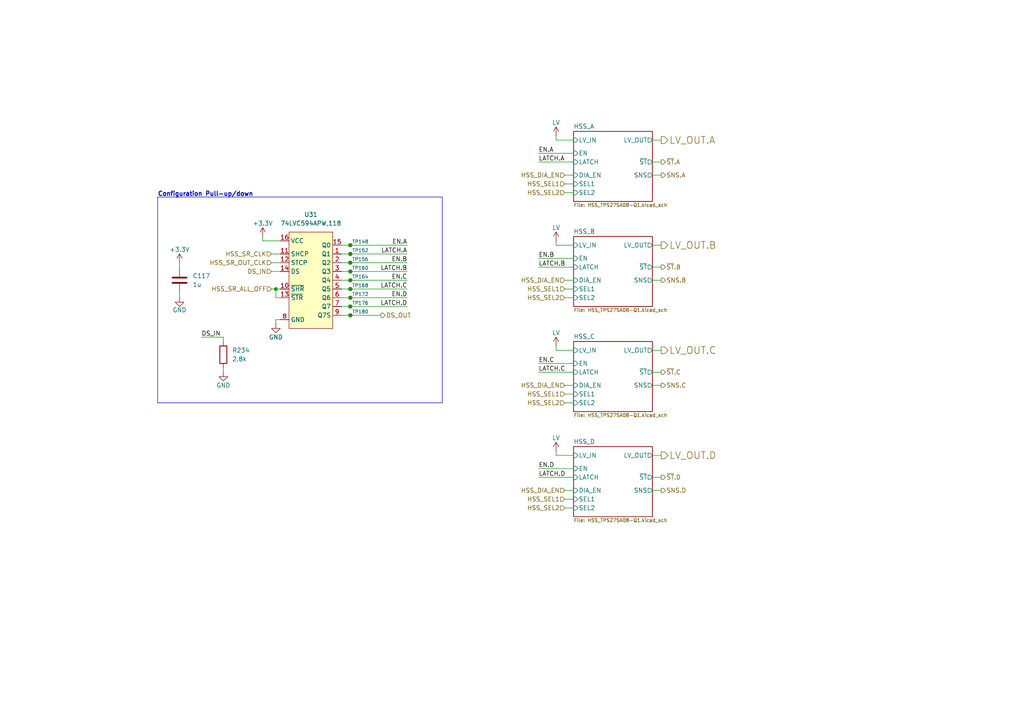
<source format=kicad_sch>
(kicad_sch (version 20250114) (generator "eeschema") (generator_version "9.0")
  (paper "A4")
  (title_block (title "HSS Control Group") (rev "0") (company "Longhorn Racing Solar") (comment 1 "Changxu Liu"))
  (lib_symbols
    (symbol "Connector:TestPoint_Small" (pin_numbers (hide yes)) (pin_names (offset 0.762) (hide yes))
      (property "Reference" "TP" (at 0 3.81 0))
      (property "Value" "TestPoint_Small" (at 0 2.032 0))
      (symbol "TestPoint_Small_0_1"
        (circle (center 0 0) (radius 0.508))
      )
      (symbol "TestPoint_Small_1_1"
        (pin passive line (at 0 0 90) (length 0) (name "1") (number "1"))
      )
    )
    (symbol "PowerDistributionUnitCapacitorLib:1u" (pin_numbers (hide yes)) (pin_names (offset 0.254))
      (property "Reference" "C" (at 0.635 2.54 0))
      (property "Value" "1u" (at 0.635 -2.54 0))
      (symbol "1u_0_1"
        (polyline (pts (xy -2.032 0.762) (xy 2.032 0.762)) (stroke (width 0.508)))
        (polyline (pts (xy -2.032 -0.762) (xy 2.032 -0.762)) (stroke (width 0.508)))
      )
      (symbol "1u_1_1"
        (pin passive line (at 0 3.81 270) (length 2.794) (name "~") (number "1"))
        (pin passive line (at 0 -3.81 90) (length 2.794) (name "~") (number "2"))
      )
    )
    (symbol "PowerDistributionUnitLib:74LVC594APW,118"
      (property "Reference" "U" (at 0 18.288 0))
      (property "Value" "74LVC594APW,118" (at 0 15.748 0))
      (symbol "74LVC594APW,118_1_0"
        (pin power_in line (at -8.89 11.43 0) (length 2.54) (name "VCC") (number "16"))
        (pin input line (at -8.89 7.62 0) (length 2.54) (name "SHCP") (number "11"))
        (pin input line (at -8.89 5.08 0) (length 2.54) (name "STCP") (number "12"))
        (pin input line (at -8.89 2.54 0) (length 2.54) (name "DS") (number "14"))
        (pin input line (at -8.89 -2.54 0) (length 2.54) (name "~{SHR}") (number "10"))
        (pin input line (at -8.89 -5.08 0) (length 2.54) (name "~{STR}") (number "13"))
        (pin passive line (at -8.89 -11.43 0) (length 2.54) (name "GND") (number "8"))
        (pin output line (at 8.89 10.16 180) (length 2.54) (name "Q0") (number "15"))
        (pin output line (at 8.89 7.62 180) (length 2.54) (name "Q1") (number "1"))
        (pin output line (at 8.89 5.08 180) (length 2.54) (name "Q2") (number "2"))
        (pin output line (at 8.89 2.54 180) (length 2.54) (name "Q3") (number "3"))
        (pin output line (at 8.89 0 180) (length 2.54) (name "Q4") (number "4"))
        (pin output line (at 8.89 -2.54 180) (length 2.54) (name "Q5") (number "5"))
        (pin output line (at 8.89 -5.08 180) (length 2.54) (name "Q6") (number "6"))
        (pin output line (at 8.89 -7.62 180) (length 2.54) (name "Q7") (number "7"))
        (pin output line (at 8.89 -10.16 180) (length 2.54) (name "Q7S") (number "9"))
      )
      (symbol "74LVC594APW,118_1_1"
        (rectangle (start -6.35 13.97) (end 6.35 -13.97) (fill (type background)))
      )
    )
    (symbol "PowerDistributionUnitResistorLib:2.8k" (pin_numbers (hide yes)) (pin_names (offset 0))
      (property "Reference" "R1" (at 2.54 1.2701 0))
      (property "Value" "2.8k" (at 2.54 -1.2699 0))
      (symbol "2.8k_0_1"
        (rectangle (start -1.016 -2.54) (end 1.016 2.54) (stroke (width 0.254)))
      )
      (symbol "2.8k_1_1"
        (pin passive line (at 0 3.81 270) (length 1.27) (name "~") (number "1"))
        (pin passive line (at 0 -3.81 90) (length 1.27) (name "~") (number "2"))
      )
    )
    (symbol "power:+24V" (power) (pin_numbers (hide yes)) (pin_names (offset 0) (hide yes))
      (property "Value" "+24V" (at 0 3.556 0))
      (symbol "+24V_0_1"
        (polyline (pts (xy -0.762 1.27) (xy 0 2.54)))
        (polyline (pts (xy 0 2.54) (xy 0.762 1.27)))
        (polyline (pts (xy 0 0) (xy 0 2.54)))
      )
      (symbol "+24V_1_1"
        (pin power_in line (at 0 0 90) (length 0) (name "~") (number "1"))
      )
    )
    (symbol "power:+3.3V" (power) (pin_numbers (hide yes)) (pin_names (offset 0) (hide yes))
      (property "Value" "+3.3V" (at 0 3.556 0))
      (symbol "+3.3V_0_1"
        (polyline (pts (xy -0.762 1.27) (xy 0 2.54)))
        (polyline (pts (xy 0 2.54) (xy 0.762 1.27)))
        (polyline (pts (xy 0 0) (xy 0 2.54)))
      )
      (symbol "+3.3V_1_1"
        (pin power_in line (at 0 0 90) (length 0) (name "~") (number "1"))
      )
    )
    (symbol "power:GND" (power) (pin_numbers (hide yes)) (pin_names (offset 0) (hide yes))
      (property "Value" "GND" (at 0 -3.81 0))
      (symbol "GND_0_1"
        (polyline (pts (xy 0 0) (xy 0 -1.27) (xy 1.27 -1.27) (xy 0 -2.54) (xy -1.27 -1.27) (xy 0 -1.27)))
      )
      (symbol "GND_1_1"
        (pin power_in line (at 0 0 270) (length 0) (name "~") (number "1"))
      )
    )
  )
  (rectangle (start 45.72 57.15) (end 128.27 116.84))
  (text "Configuration Pull-up/down" (at 45.72 56.388 0) (effects (font (size 1.27 1.27) (thickness 0.254) (bold yes)) (justify left)))
  (junction (at 101.6 81.28))
  (junction (at 101.6 91.44))
  (junction (at 101.6 73.66))
  (junction (at 101.6 71.12))
  (junction (at 101.5841 88.9))
  (junction (at 101.6 83.82))
  (junction (at 101.6 86.36))
  (junction (at 80.01 83.82))
  (junction (at 101.5841 76.2))
  (junction (at 101.6 78.74))
  (wire (pts (xy 189.23 107.95) (xy 191.77 107.95)))
  (wire (pts (xy 99.06 78.74) (xy 101.6 78.74)))
  (wire (pts (xy 156.21 135.89) (xy 166.37 135.89)))
  (wire (pts (xy 76.2 68.58) (xy 76.2 69.85)))
  (wire (pts (xy 189.23 46.99) (xy 191.77 46.99)))
  (wire (pts (xy 99.06 73.66) (xy 101.6 73.66)))
  (wire (pts (xy 163.83 81.28) (xy 166.37 81.28)))
  (wire (pts (xy 156.21 138.43) (xy 166.37 138.43)))
  (wire (pts (xy 189.23 111.76) (xy 191.77 111.76)))
  (wire (pts (xy 64.77 106.68) (xy 64.77 107.95)))
  (wire (pts (xy 163.83 116.84) (xy 166.37 116.84)))
  (wire (pts (xy 161.29 130.81) (xy 161.29 132.08)))
  (wire (pts (xy 163.83 142.24) (xy 166.37 142.24)))
  (wire (pts (xy 101.6 71.12) (xy 99.06 71.12)))
  (wire (pts (xy 161.29 71.12) (xy 166.37 71.12)))
  (wire (pts (xy 101.5841 88.9) (xy 118.11 88.9)))
  (wire (pts (xy 189.23 138.43) (xy 191.77 138.43)))
  (wire (pts (xy 163.83 55.88) (xy 166.37 55.88)))
  (wire (pts (xy 78.74 73.66) (xy 81.28 73.66)))
  (wire (pts (xy 189.23 77.47) (xy 191.77 77.47)))
  (wire (pts (xy 78.74 76.2) (xy 81.28 76.2)))
  (wire (pts (xy 52.07 76.2) (xy 52.07 77.47)))
  (wire (pts (xy 189.23 132.08) (xy 191.77 132.08)))
  (wire (pts (xy 161.29 100.33) (xy 161.29 101.6)))
  (wire (pts (xy 99.06 83.82) (xy 101.6 83.82)))
  (wire (pts (xy 78.74 83.82) (xy 80.01 83.82)))
  (wire (pts (xy 161.29 69.85) (xy 161.29 71.12)))
  (wire (pts (xy 81.28 86.36) (xy 80.01 86.36)))
  (wire (pts (xy 99.06 76.2) (xy 101.5841 76.2)))
  (wire (pts (xy 161.29 132.08) (xy 166.37 132.08)))
  (wire (pts (xy 99.06 86.36) (xy 101.6 86.36)))
  (wire (pts (xy 156.21 107.95) (xy 166.37 107.95)))
  (wire (pts (xy 58.42 97.79) (xy 64.77 97.79)))
  (wire (pts (xy 99.06 91.44) (xy 101.6 91.44)))
  (wire (pts (xy 78.74 78.74) (xy 81.28 78.74)))
  (wire (pts (xy 163.83 53.34) (xy 166.37 53.34)))
  (wire (pts (xy 189.23 40.64) (xy 191.77 40.64)))
  (wire (pts (xy 101.6 91.44) (xy 110.49 91.44)))
  (wire (pts (xy 101.6 81.28) (xy 118.11 81.28)))
  (wire (pts (xy 80.01 86.36) (xy 80.01 83.82)))
  (wire (pts (xy 101.6 86.36) (xy 118.11 86.36)))
  (wire (pts (xy 80.01 83.82) (xy 81.28 83.82)))
  (wire (pts (xy 163.83 83.82) (xy 166.37 83.82)))
  (wire (pts (xy 156.21 74.93) (xy 166.37 74.93)))
  (wire (pts (xy 189.23 101.6) (xy 191.77 101.6)))
  (wire (pts (xy 161.29 40.64) (xy 166.37 40.64)))
  (wire (pts (xy 163.83 50.8) (xy 166.37 50.8)))
  (wire (pts (xy 161.29 101.6) (xy 166.37 101.6)))
  (wire (pts (xy 64.77 97.79) (xy 64.77 99.06)))
  (wire (pts (xy 189.23 142.24) (xy 191.77 142.24)))
  (wire (pts (xy 99.06 88.9) (xy 101.5841 88.9)))
  (wire (pts (xy 189.23 71.12) (xy 191.77 71.12)))
  (wire (pts (xy 101.5841 76.2) (xy 118.11 76.2)))
  (wire (pts (xy 101.6 71.12) (xy 118.11 71.12)))
  (wire (pts (xy 156.21 77.47) (xy 166.37 77.47)))
  (wire (pts (xy 99.06 81.28) (xy 101.6 81.28)))
  (wire (pts (xy 80.01 93.98) (xy 80.01 92.71)))
  (wire (pts (xy 163.83 147.32) (xy 166.37 147.32)))
  (wire (pts (xy 163.83 111.76) (xy 166.37 111.76)))
  (wire (pts (xy 163.83 86.36) (xy 166.37 86.36)))
  (wire (pts (xy 101.6 83.82) (xy 118.11 83.82)))
  (wire (pts (xy 76.2 69.85) (xy 81.28 69.85)))
  (wire (pts (xy 161.29 39.37) (xy 161.29 40.64)))
  (wire (pts (xy 189.23 50.8) (xy 191.77 50.8)))
  (wire (pts (xy 163.83 144.78) (xy 166.37 144.78)))
  (wire (pts (xy 156.21 44.45) (xy 166.37 44.45)))
  (wire (pts (xy 101.6 78.74) (xy 118.11 78.74)))
  (wire (pts (xy 80.01 92.71) (xy 81.28 92.71)))
  (wire (pts (xy 101.6 73.66) (xy 118.11 73.66)))
  (wire (pts (xy 189.23 81.28) (xy 191.77 81.28)))
  (wire (pts (xy 52.07 85.09) (xy 52.07 86.36)))
  (wire (pts (xy 156.21 46.99) (xy 166.37 46.99)))
  (wire (pts (xy 163.83 114.3) (xy 166.37 114.3)))
  (wire (pts (xy 156.21 105.41) (xy 166.37 105.41)))
  (label "LATCH.C" (at 156.21 107.95 0))
  (label "LATCH.B" (at 156.21 77.47 0))
  (label "LATCH.C" (at 118.11 83.82 180))
  (label "EN.D" (at 118.11 86.36 180))
  (label "LATCH.D" (at 156.21 138.43 0))
  (label "EN.B" (at 156.21 74.93 0))
  (label "LATCH.B" (at 118.11 78.74 180))
  (label "EN.D" (at 156.21 135.89 0))
  (label "LATCH.A" (at 118.11 73.66 180))
  (label "EN.C" (at 156.21 105.41 0))
  (label "EN.B" (at 118.11 76.2 180))
  (label "LATCH.D" (at 118.11 88.9 180))
  (label "DS_IN" (at 58.42 97.79 0))
  (label "EN.A" (at 118.11 71.12 180))
  (label "LATCH.A" (at 156.21 46.99 0))
  (label "EN.A" (at 156.21 44.45 0))
  (label "EN.C" (at 118.11 81.28 180))
  (hierarchical_label "SNS.B" (shape output) (at 191.77 81.28 0))
  (hierarchical_label "LV_OUT.A" (shape output) (at 191.77 40.64 0) (effects (font (size 2 2))))
  (hierarchical_label "HSS_DIA_EN" (shape input) (at 163.83 111.76 180))
  (hierarchical_label "DS_OUT" (shape output) (at 110.49 91.44 0))
  (hierarchical_label "HSS_SR_CLK" (shape input) (at 78.74 73.66 180))
  (hierarchical_label "~{ST}.C" (shape output) (at 191.77 107.95 0))
  (hierarchical_label "HSS_SEL1" (shape input) (at 163.83 144.78 180))
  (hierarchical_label "LV_OUT.D" (shape output) (at 191.77 132.08 0) (effects (font (size 2 2))))
  (hierarchical_label "HSS_SR_ALL_OFF" (shape input) (at 78.74 83.82 180))
  (hierarchical_label "HSS_DIA_EN" (shape input) (at 163.83 81.28 180))
  (hierarchical_label "DS_IN" (shape input) (at 78.74 78.74 180))
  (hierarchical_label "SNS.D" (shape output) (at 191.77 142.24 0))
  (hierarchical_label "HSS_SEL2" (shape input) (at 163.83 55.88 180))
  (hierarchical_label "HSS_DIA_EN" (shape input) (at 163.83 50.8 180))
  (hierarchical_label "~{ST}.A" (shape output) (at 191.77 46.99 0))
  (hierarchical_label "~{ST}.B" (shape output) (at 191.77 77.47 0))
  (hierarchical_label "LV_OUT.B" (shape output) (at 191.77 71.12 0) (effects (font (size 2 2))))
  (hierarchical_label "HSS_SEL1" (shape input) (at 163.83 83.82 180))
  (hierarchical_label "~{ST}.D" (shape output) (at 191.77 138.43 0))
  (hierarchical_label "HSS_DIA_EN" (shape input) (at 163.83 142.24 180))
  (hierarchical_label "HSS_SR_OUT_CLK" (shape input) (at 78.74 76.2 180))
  (hierarchical_label "HSS_SEL1" (shape input) (at 163.83 114.3 180))
  (hierarchical_label "SNS.A" (shape output) (at 191.77 50.8 0))
  (hierarchical_label "SNS.C" (shape output) (at 191.77 111.76 0))
  (hierarchical_label "HSS_SEL2" (shape input) (at 163.83 116.84 180))
  (hierarchical_label "HSS_SEL2" (shape input) (at 163.83 86.36 180))
  (hierarchical_label "LV_OUT.C" (shape output) (at 191.77 101.6 0) (effects (font (size 2 2))))
  (hierarchical_label "HSS_SEL1" (shape input) (at 163.83 53.34 180))
  (hierarchical_label "HSS_SEL2" (shape input) (at 163.83 147.32 180))
  (symbol (lib_id "power:GND") (at 64.77 107.95 0) (unit 1)
    (property "Reference" "#PWR0430" (effects (hide yes)))
    (property "Value" "GND" (at 64.77 111.76 0))
    (property "Description" "Power symbol creates a global label with name \"GND\" , ground" (effects (hide yes)))
    (instances (project "PowerDistributionUnit_Mk1" (path "" (reference "#PWR0433") (unit 1)) (path "" (reference "#PWR0432") (unit 1)) (path "" (reference "#PWR0431") (unit 1)) (path "" (reference "#PWR0430") (unit 1))))
  )
  (symbol (lib_id "power:+3.3V") (at 76.2 68.58 0) (unit 1)
    (property "Reference" "#PWR0126" (effects (hide yes)))
    (property "Value" "+3.3V" (at 76.2 64.77 0))
    (property "Description" "Power symbol creates a global label with name \"+3.3V\"" (effects (hide yes)))
    (instances (project "PowerDistributionUnit_Mk1" (path "" (reference "#PWR0136") (unit 1)) (path "" (reference "#PWR0171") (unit 1)) (path "" (reference "#PWR0128") (unit 1)) (path "" (reference "#PWR0126") (unit 1))))
  )
  (symbol (lib_id "PowerDistributionUnitResistorLib:2.8k") (at 64.77 102.87 0) (unit 1)
    (property "Reference" "R231" (at 67.31 101.5999 0) (effects (justify left)))
    (property "Value" "2.8k" (at 67.31 104.1399 0) (effects (justify left)))
    (property "Footprint" "Resistor_SMD:R_0603_1608Metric" (effects (hide yes)))
    (property "Datasheet" "kicad-embed://dcrcwe3.pdf" (effects (hide yes)))
    (property "Description" "Resistor" (effects (hide yes)))
    (property "P/N" "CRCW06032K80FKEA" (effects (hide yes)))
    (property "Mouser P/N" "71-CRCW0603-2.8K-E3" (effects (hide yes)))
    (property "Digikey P/N" "541-2.80KHCT-ND" (effects (hide yes)))
    (instances (project "PowerDistributionUnit_Mk1" (path "" (reference "R234") (unit 1)) (path "" (reference "R233") (unit 1)) (path "" (reference "R232") (unit 1)) (path "" (reference "R231") (unit 1))))
  )
  (symbol (lib_id "power:+24V") (at 161.29 100.33 0) (unit 1)
    (property "Reference" "#PWR0103" (effects (hide yes)))
    (property "Value" "LV" (at 161.29 96.52 0))
    (property "Description" "Power symbol creates a global label with name \"+24V\"" (effects (hide yes)))
    (instances (project "PowerDistributionUnit_Mk1" (path "" (reference "#PWR0140") (unit 1)) (path "" (reference "#PWR0215") (unit 1)) (path "" (reference "#PWR0132") (unit 1)) (path "" (reference "#PWR0103") (unit 1))))
  )
  (symbol (lib_id "power:GND") (at 52.07 86.36 0) (unit 1)
    (property "Reference" "#PWR0168" (effects (hide yes)))
    (property "Value" "GND" (at 52.07 89.916 0))
    (property "Description" "Power symbol creates a global label with name \"GND\" , ground" (effects (hide yes)))
    (instances (project "PowerDistributionUnit_Mk1" (path "" (reference "#PWR0114") (unit 1)) (path "" (reference "#PWR0111") (unit 1)) (path "" (reference "#PWR0108") (unit 1)) (path "" (reference "#PWR0168") (unit 1))))
  )
  (symbol (lib_id "Connector:TestPoint_Small") (at 101.6 83.82 0) (unit 1) (in_bom no)
    (property "Reference" "TP165" (at 102.108 82.804 0) (effects (font (size 1 1)) (justify left)))
    (property "Value" "TestPoint_Small" (effects (hide yes)))
    (property "Footprint" "TestPoint:TestPoint_Pad_D1.0mm" (effects (hide yes)))
    (property "Description" "test point" (effects (hide yes)))
    (instances (project "PowerDistributionUnit_Mk1" (path "" (reference "TP168") (unit 1)) (path "" (reference "TP167") (unit 1)) (path "" (reference "TP166") (unit 1)) (path "" (reference "TP165") (unit 1))))
  )
  (symbol (lib_id "power:GND") (at 80.01 93.98 0) (unit 1)
    (property "Reference" "#PWR0137" (effects (hide yes)))
    (property "Value" "GND" (at 80.01 97.79 0))
    (property "Description" "Power symbol creates a global label with name \"GND\" , ground" (effects (hide yes)))
    (instances (project "PowerDistributionUnit_Mk1" (path "" (reference "#PWR0145") (unit 1)) (path "" (reference "#PWR0172") (unit 1)) (path "" (reference "#PWR0129") (unit 1)) (path "" (reference "#PWR0137") (unit 1))))
  )
  (symbol (lib_id "Connector:TestPoint_Small") (at 101.6 78.74 0) (unit 1) (in_bom no)
    (property "Reference" "TP157" (at 102.108 77.724 0) (effects (font (size 1 1)) (justify left)))
    (property "Value" "TestPoint_Small" (effects (hide yes)))
    (property "Footprint" "TestPoint:TestPoint_Pad_D1.0mm" (effects (hide yes)))
    (property "Description" "test point" (effects (hide yes)))
    (instances (project "PowerDistributionUnit_Mk1" (path "" (reference "TP160") (unit 1)) (path "" (reference "TP159") (unit 1)) (path "" (reference "TP158") (unit 1)) (path "" (reference "TP157") (unit 1))))
  )
  (symbol (lib_id "Connector:TestPoint_Small") (at 101.6 91.44 0) (unit 1) (in_bom no)
    (property "Reference" "TP177" (at 102.108 90.424 0) (effects (font (size 1 1)) (justify left)))
    (property "Value" "TestPoint_Small" (effects (hide yes)))
    (property "Footprint" "TestPoint:TestPoint_Pad_D1.0mm" (effects (hide yes)))
    (property "Description" "test point" (effects (hide yes)))
    (instances (project "PowerDistributionUnit_Mk1" (path "" (reference "TP180") (unit 1)) (path "" (reference "TP179") (unit 1)) (path "" (reference "TP178") (unit 1)) (path "" (reference "TP177") (unit 1))))
  )
  (symbol (lib_id "power:+24V") (at 161.29 69.85 0) (unit 1)
    (property "Reference" "#PWR082" (effects (hide yes)))
    (property "Value" "LV" (at 161.29 66.04 0))
    (property "Description" "Power symbol creates a global label with name \"+24V\"" (effects (hide yes)))
    (instances (project "PowerDistributionUnit_Mk1" (path "" (reference "#PWR0139") (unit 1)) (path "" (reference "#PWR0214") (unit 1)) (path "" (reference "#PWR0131") (unit 1)) (path "" (reference "#PWR082") (unit 1))))
  )
  (symbol (lib_id "Connector:TestPoint_Small") (at 101.5841 88.9 0) (unit 1) (in_bom no)
    (property "Reference" "TP173" (at 102.0921 87.884 0) (effects (font (size 1 1)) (justify left)))
    (property "Value" "TestPoint_Small" (effects (hide yes)))
    (property "Footprint" "TestPoint:TestPoint_Pad_D1.0mm" (effects (hide yes)))
    (property "Description" "test point" (effects (hide yes)))
    (instances (project "PowerDistributionUnit_Mk1" (path "" (reference "TP176") (unit 1)) (path "" (reference "TP175") (unit 1)) (path "" (reference "TP174") (unit 1)) (path "" (reference "TP173") (unit 1))))
  )
  (symbol (lib_id "Connector:TestPoint_Small") (at 101.6 81.28 0) (unit 1) (in_bom no)
    (property "Reference" "TP161" (at 102.108 80.264 0) (effects (font (size 1 1)) (justify left)))
    (property "Value" "TestPoint_Small" (effects (hide yes)))
    (property "Footprint" "TestPoint:TestPoint_Pad_D1.0mm" (effects (hide yes)))
    (property "Description" "test point" (effects (hide yes)))
    (instances (project "PowerDistributionUnit_Mk1" (path "" (reference "TP164") (unit 1)) (path "" (reference "TP163") (unit 1)) (path "" (reference "TP162") (unit 1)) (path "" (reference "TP161") (unit 1))))
  )
  (symbol (lib_id "PowerDistributionUnitLib:74LVC594APW,118") (at 90.17 81.28 0) (unit 1)
    (property "Reference" "U7" (at 90.17 62.23 0))
    (property "Value" "74LVC594APW,118" (at 90.17 64.77 0))
    (property "Footprint" "Package_SO:SOIC-16_3.9x9.9mm_P1.27mm" (effects (hide yes)))
    (property "Datasheet" "kicad-embed://74LVC594A.pdf" (effects (hide yes)))
    (property "P/N" "74LVC594APW,118" (effects (hide yes)))
    (property "Mouser P/N" "771-LVC594APW118" (effects (hide yes)))
    (property "Digikey P/N" "1727-6687-1-ND" (effects (hide yes)))
    (instances (project "PowerDistributionUnit_Mk1" (path "" (reference "U31") (unit 1)) (path "" (reference "U10") (unit 1)) (path "" (reference "U8") (unit 1)) (path "" (reference "U7") (unit 1))))
  )
  (symbol (lib_id "power:+24V") (at 161.29 39.37 0) (unit 1)
    (property "Reference" "#PWR081" (effects (hide yes)))
    (property "Value" "LV" (at 161.29 35.56 0))
    (property "Description" "Power symbol creates a global label with name \"+24V\"" (effects (hide yes)))
    (instances (project "PowerDistributionUnit_Mk1" (path "" (reference "#PWR0138") (unit 1)) (path "" (reference "#PWR0213") (unit 1)) (path "" (reference "#PWR0130") (unit 1)) (path "" (reference "#PWR081") (unit 1))))
  )
  (symbol (lib_id "power:+3.3V") (at 52.07 76.2 0) (unit 1)
    (property "Reference" "#PWR0167" (effects (hide yes)))
    (property "Value" "+3.3V" (at 52.07 72.39 0))
    (property "Description" "Power symbol creates a global label with name \"+3.3V\"" (effects (hide yes)))
    (instances (project "PowerDistributionUnit_Mk1" (path "" (reference "#PWR0115") (unit 1)) (path "" (reference "#PWR0112") (unit 1)) (path "" (reference "#PWR0109") (unit 1)) (path "" (reference "#PWR0167") (unit 1))))
  )
  (symbol (lib_id "Connector:TestPoint_Small") (at 101.5841 76.2 0) (unit 1) (in_bom no)
    (property "Reference" "TP153" (at 102.0921 75.184 0) (effects (font (size 1 1)) (justify left)))
    (property "Value" "TestPoint_Small" (effects (hide yes)))
    (property "Footprint" "TestPoint:TestPoint_Pad_D1.0mm" (effects (hide yes)))
    (property "Description" "test point" (effects (hide yes)))
    (instances (project "PowerDistributionUnit_Mk1" (path "" (reference "TP156") (unit 1)) (path "" (reference "TP155") (unit 1)) (path "" (reference "TP154") (unit 1)) (path "" (reference "TP153") (unit 1))))
  )
  (symbol (lib_id "power:+24V") (at 161.29 130.81 0) (unit 1)
    (property "Reference" "#PWR0104" (effects (hide yes)))
    (property "Value" "LV" (at 161.29 127 0))
    (property "Description" "Power symbol creates a global label with name \"+24V\"" (effects (hide yes)))
    (instances (project "PowerDistributionUnit_Mk1" (path "" (reference "#PWR0141") (unit 1)) (path "" (reference "#PWR0216") (unit 1)) (path "" (reference "#PWR0133") (unit 1)) (path "" (reference "#PWR0104") (unit 1))))
  )
  (symbol (lib_id "Connector:TestPoint_Small") (at 101.6 71.12 0) (unit 1) (in_bom no)
    (property "Reference" "TP145" (at 102.108 70.104 0) (effects (font (size 1 1)) (justify left)))
    (property "Value" "TestPoint_Small" (effects (hide yes)))
    (property "Footprint" "TestPoint:TestPoint_Pad_D1.0mm" (effects (hide yes)))
    (property "Description" "test point" (effects (hide yes)))
    (instances (project "PowerDistributionUnit_Mk1" (path "" (reference "TP148") (unit 1)) (path "" (reference "TP147") (unit 1)) (path "" (reference "TP146") (unit 1)) (path "" (reference "TP145") (unit 1))))
  )
  (symbol (lib_id "Connector:TestPoint_Small") (at 101.6 86.36 0) (unit 1) (in_bom no)
    (property "Reference" "TP169" (at 102.108 85.344 0) (effects (font (size 1 1)) (justify left)))
    (property "Value" "TestPoint_Small" (effects (hide yes)))
    (property "Footprint" "TestPoint:TestPoint_Pad_D1.0mm" (effects (hide yes)))
    (property "Description" "test point" (effects (hide yes)))
    (instances (project "PowerDistributionUnit_Mk1" (path "" (reference "TP172") (unit 1)) (path "" (reference "TP171") (unit 1)) (path "" (reference "TP170") (unit 1)) (path "" (reference "TP169") (unit 1))))
  )
  (symbol (lib_id "Connector:TestPoint_Small") (at 101.6 73.66 0) (unit 1) (in_bom no)
    (property "Reference" "TP149" (at 102.108 72.644 0) (effects (font (size 1 1)) (justify left)))
    (property "Value" "TestPoint_Small" (effects (hide yes)))
    (property "Footprint" "TestPoint:TestPoint_Pad_D1.0mm" (effects (hide yes)))
    (property "Description" "test point" (effects (hide yes)))
    (instances (project "PowerDistributionUnit_Mk1" (path "" (reference "TP152") (unit 1)) (path "" (reference "TP151") (unit 1)) (path "" (reference "TP150") (unit 1)) (path "" (reference "TP149") (unit 1))))
  )
  (symbol (lib_id "PowerDistributionUnitCapacitorLib:1u") (at 52.07 81.28 0) (unit 1)
    (property "Reference" "C25" (at 55.88 80.0099 0) (effects (justify left)))
    (property "Value" "1u" (at 55.88 82.5499 0) (effects (justify left)))
    (property "Footprint" "Capacitor_SMD:C_0603_1608Metric" (effects (hide yes)))
    (property "Datasheet" "kicad-embed://MLR01_e.pdf" (effects (hide yes)))
    (property "Description" "Unpolarized capacitor" (effects (hide yes)))
    (property "P/N" "MLASU168SB5105KTNA01" (effects (hide yes)))
    (property "Mouser P/N" "963-MLASU168SB5105KT" (effects (hide yes)))
    (instances (project "" (path "" (reference "C117") (unit 1)) (path "" (reference "C115") (unit 1)) (path "" (reference "C116") (unit 1)) (path "" (reference "C25") (unit 1))))
  )
  (sheet (at 166.37 99.06) (size 22.86 20.32) (stroke (width 0.1524))
    (property "Sheetname" "HSS_C" (at 166.37 98.3484 0) (effects (justify left bottom)))
    (property "Sheetfile" "HSS_TPS27SA08-Q1.kicad_sch" (at 166.37 119.8566 0) (effects (font (size 1 1)) (justify left top)))
    (pin "DIA_EN" input (at 166.37 111.76 180))
    (pin "EN" input (at 166.37 105.41 180))
    (pin "LATCH" input (at 166.37 107.95 180))
    (pin "LV_IN" input (at 166.37 101.6 180))
    (pin "LV_OUT" output (at 189.23 101.6 0))
    (pin "SEL1" input (at 166.37 114.3 180))
    (pin "SEL2" input (at 166.37 116.84 180))
    (pin "SNS" output (at 189.23 111.76 0))
    (pin "~{ST}" output (at 189.23 107.95 0))
  )
  (sheet (at 166.37 129.54) (size 22.86 20.32) (stroke (width 0.1524))
    (property "Sheetname" "HSS_D" (at 166.37 128.8284 0) (effects (justify left bottom)))
    (property "Sheetfile" "HSS_TPS27SA08-Q1.kicad_sch" (at 166.37 150.3366 0) (effects (font (size 1 1)) (justify left top)))
    (pin "DIA_EN" input (at 166.37 142.24 180))
    (pin "EN" input (at 166.37 135.89 180))
    (pin "LATCH" input (at 166.37 138.43 180))
    (pin "LV_IN" input (at 166.37 132.08 180))
    (pin "LV_OUT" output (at 189.23 132.08 0))
    (pin "SEL1" input (at 166.37 144.78 180))
    (pin "SEL2" input (at 166.37 147.32 180))
    (pin "SNS" output (at 189.23 142.24 0))
    (pin "~{ST}" output (at 189.23 138.43 0))
  )
  (sheet (at 166.37 68.58) (size 22.86 20.32) (stroke (width 0.1524))
    (property "Sheetname" "HSS_B" (at 166.37 67.8684 0) (effects (justify left bottom)))
    (property "Sheetfile" "HSS_TPS27SA08-Q1.kicad_sch" (at 166.37 89.3766 0) (effects (font (size 1 1)) (justify left top)))
    (pin "DIA_EN" input (at 166.37 81.28 180))
    (pin "EN" input (at 166.37 74.93 180))
    (pin "LATCH" input (at 166.37 77.47 180))
    (pin "LV_IN" input (at 166.37 71.12 180))
    (pin "LV_OUT" output (at 189.23 71.12 0))
    (pin "SEL1" input (at 166.37 83.82 180))
    (pin "SEL2" input (at 166.37 86.36 180))
    (pin "SNS" output (at 189.23 81.28 0))
    (pin "~{ST}" output (at 189.23 77.47 0))
  )
  (sheet (at 166.37 38.1) (size 22.86 20.32) (stroke (width 0.1524))
    (property "Sheetname" "HSS_A" (at 166.37 37.3884 0) (effects (justify left bottom)))
    (property "Sheetfile" "HSS_TPS27SA08-Q1.kicad_sch" (at 166.37 58.8966 0) (effects (font (size 1 1)) (justify left top)))
    (pin "DIA_EN" input (at 166.37 50.8 180))
    (pin "EN" input (at 166.37 44.45 180))
    (pin "LATCH" input (at 166.37 46.99 180))
    (pin "LV_IN" input (at 166.37 40.64 180))
    (pin "LV_OUT" output (at 189.23 40.64 0))
    (pin "SEL1" input (at 166.37 53.34 180))
    (pin "SEL2" input (at 166.37 55.88 180))
    (pin "SNS" output (at 189.23 50.8 0))
    (pin "~{ST}" output (at 189.23 46.99 0))
  )
)
</source>
